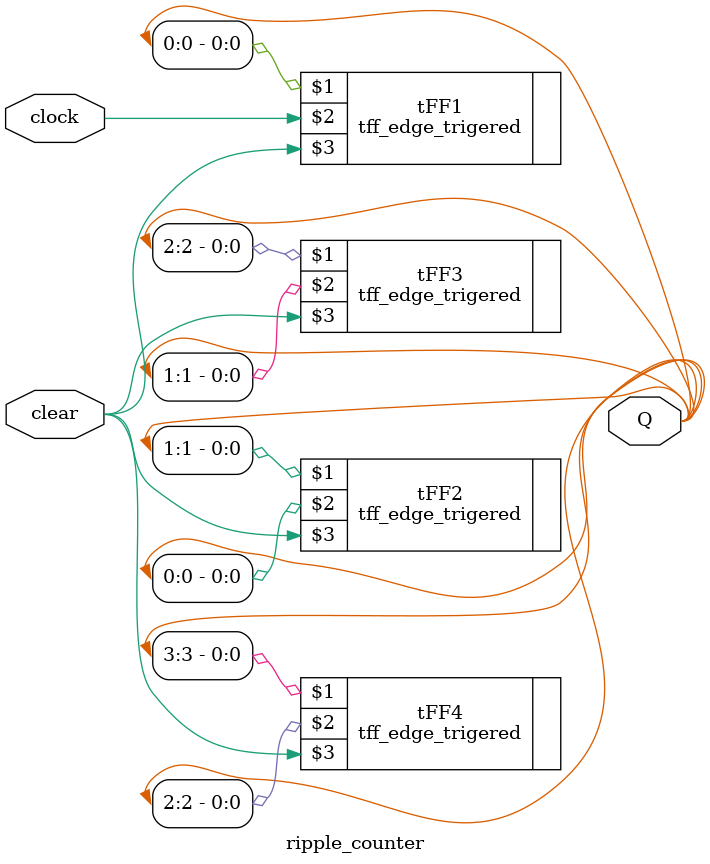
<source format=v>
`include "tff_edge_trigerred.v"

module ripple_counter(
    output [3:0] Q,
    input clock, clear
);
    // Instanciación de los flips flops
    tff_edge_trigered tFF1(Q[0], clock, clear);
    tff_edge_trigered tFF2(Q[1], Q[0], clear);
    tff_edge_trigered tFF3(Q[2], Q[1], clear);
    tff_edge_trigered tFF4(Q[3], Q[2], clear);

endmodule
</source>
